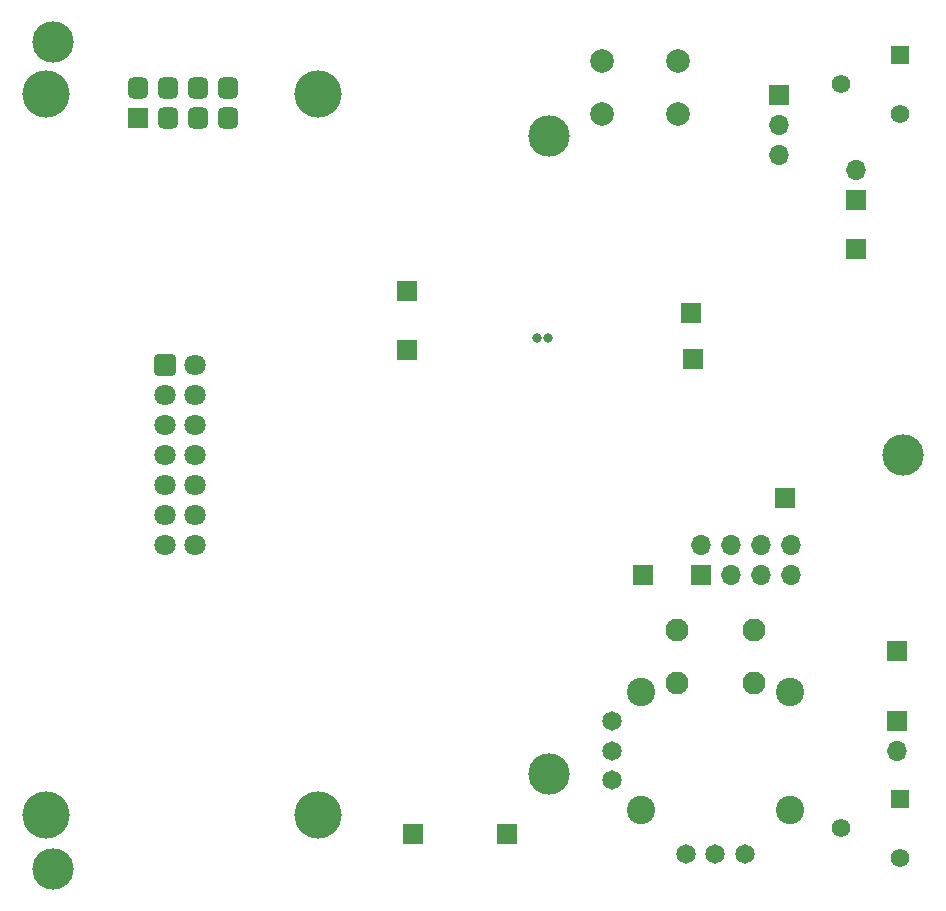
<source format=gbr>
%TF.GenerationSoftware,KiCad,Pcbnew,9.0.0*%
%TF.CreationDate,2025-03-11T13:16:13+01:00*%
%TF.ProjectId,SergiMarsol_projecte_MISE,53657267-694d-4617-9273-6f6c5f70726f,rev?*%
%TF.SameCoordinates,Original*%
%TF.FileFunction,Soldermask,Bot*%
%TF.FilePolarity,Negative*%
%FSLAX46Y46*%
G04 Gerber Fmt 4.6, Leading zero omitted, Abs format (unit mm)*
G04 Created by KiCad (PCBNEW 9.0.0) date 2025-03-11 13:16:13*
%MOMM*%
%LPD*%
G01*
G04 APERTURE LIST*
G04 Aperture macros list*
%AMRoundRect*
0 Rectangle with rounded corners*
0 $1 Rounding radius*
0 $2 $3 $4 $5 $6 $7 $8 $9 X,Y pos of 4 corners*
0 Add a 4 corners polygon primitive as box body*
4,1,4,$2,$3,$4,$5,$6,$7,$8,$9,$2,$3,0*
0 Add four circle primitives for the rounded corners*
1,1,$1+$1,$2,$3*
1,1,$1+$1,$4,$5*
1,1,$1+$1,$6,$7*
1,1,$1+$1,$8,$9*
0 Add four rect primitives between the rounded corners*
20,1,$1+$1,$2,$3,$4,$5,0*
20,1,$1+$1,$4,$5,$6,$7,0*
20,1,$1+$1,$6,$7,$8,$9,0*
20,1,$1+$1,$8,$9,$2,$3,0*%
G04 Aperture macros list end*
%ADD10R,1.700000X1.700000*%
%ADD11R,1.700000X1.800000*%
%ADD12RoundRect,0.425000X0.425000X-0.475000X0.425000X0.475000X-0.425000X0.475000X-0.425000X-0.475000X0*%
%ADD13C,4.000000*%
%ADD14O,1.700000X1.700000*%
%ADD15C,2.000000*%
%ADD16C,1.650000*%
%ADD17C,1.950000*%
%ADD18C,2.400000*%
%ADD19RoundRect,0.250000X-0.650000X0.650000X-0.650000X-0.650000X0.650000X-0.650000X0.650000X0.650000X0*%
%ADD20C,1.800000*%
%ADD21C,3.500000*%
%ADD22C,0.800000*%
%ADD23R,1.560000X1.560000*%
%ADD24C,1.560000*%
G04 APERTURE END LIST*
D10*
%TO.C,J6*%
X52000000Y-43500000D03*
%TD*%
%TO.C,J11*%
X84000000Y-61000000D03*
%TD*%
D11*
%TO.C,LCD1*%
X29265000Y-28875000D03*
D12*
X29265000Y-26335000D03*
X31805000Y-28875000D03*
X31805000Y-26335000D03*
X34345000Y-28875000D03*
X34345000Y-26335000D03*
X36885000Y-28875000D03*
X36885000Y-26335000D03*
D13*
X44475000Y-26850000D03*
X44475000Y-87850000D03*
X21475000Y-87850000D03*
X21475000Y-26850000D03*
%TD*%
D10*
%TO.C,J10*%
X72040000Y-67540000D03*
%TD*%
%TO.C,J2*%
X83500000Y-26910000D03*
D14*
X83500000Y-29450000D03*
X83500000Y-31990000D03*
%TD*%
D15*
%TO.C,SW1*%
X68500000Y-24000000D03*
X75000000Y-24000000D03*
X68500000Y-28500000D03*
X75000000Y-28500000D03*
%TD*%
D10*
%TO.C,J8*%
X76200000Y-49300000D03*
%TD*%
%TO.C,J12*%
X90000000Y-40000000D03*
%TD*%
%TO.C,J7*%
X52000000Y-48500000D03*
%TD*%
%TO.C,R1*%
X93500000Y-79960000D03*
D14*
X93500000Y-82500000D03*
%TD*%
D10*
%TO.C,J13*%
X93500000Y-74000000D03*
%TD*%
D16*
%TO.C,S1*%
X75637500Y-91175000D03*
X78137500Y-91175000D03*
X80637500Y-91175000D03*
X69407500Y-79945000D03*
X69407500Y-82445000D03*
X69407500Y-84945000D03*
D17*
X81387500Y-76695000D03*
X74887500Y-76695000D03*
X81387500Y-72195000D03*
X74887500Y-72195000D03*
D18*
X71812500Y-87445000D03*
X84462500Y-87445000D03*
X84462500Y-77445000D03*
X71812500Y-77445000D03*
%TD*%
D10*
%TO.C,J3*%
X76960000Y-67540000D03*
D14*
X76960000Y-65000000D03*
X79500000Y-67540000D03*
X79500000Y-65000000D03*
X82040000Y-67540000D03*
X82040000Y-65000000D03*
X84580000Y-67540000D03*
X84580000Y-65000000D03*
%TD*%
D19*
%TO.C,J1*%
X31500000Y-49800000D03*
D20*
X34040000Y-49800000D03*
X31500000Y-52340000D03*
X34040000Y-52340000D03*
X31500000Y-54880000D03*
X34040000Y-54880000D03*
X31500000Y-57420000D03*
X34040000Y-57420000D03*
X31500000Y-59960000D03*
X34040000Y-59960000D03*
X31500000Y-62500000D03*
X34040000Y-62500000D03*
X31500000Y-65040000D03*
X34040000Y-65040000D03*
D21*
X94040000Y-57420000D03*
X64040000Y-84420000D03*
X64040000Y-30420000D03*
X22040000Y-92420000D03*
X22040000Y-22420000D03*
%TD*%
D10*
%TO.C,J4*%
X52500000Y-89500000D03*
%TD*%
%TO.C,R2*%
X90000000Y-35775000D03*
D14*
X90000000Y-33235000D03*
%TD*%
D10*
%TO.C,J9*%
X76100000Y-45400000D03*
%TD*%
D22*
%TO.C,Y1*%
X64000000Y-47500000D03*
X63000000Y-47500000D03*
%TD*%
D10*
%TO.C,J5*%
X60500000Y-89500000D03*
%TD*%
D23*
%TO.C,RV1*%
X93740000Y-86500000D03*
D24*
X88740000Y-89000000D03*
X93740000Y-91500000D03*
%TD*%
D23*
%TO.C,RV2*%
X93740000Y-23500000D03*
D24*
X88740000Y-26000000D03*
X93740000Y-28500000D03*
%TD*%
M02*

</source>
